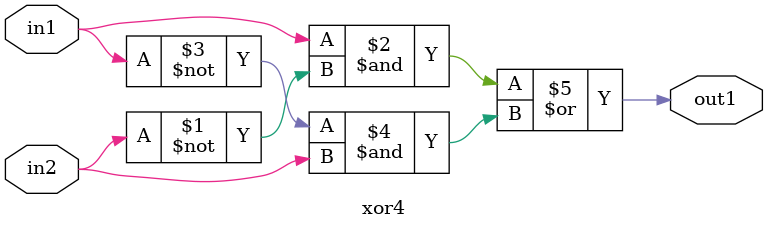
<source format=v>
module xor4(
    input in1,
    input in2,
    output out1
    );
    
    assign out1 = (in1&(~in2))|((~in1)&in2);
    
endmodule
</source>
